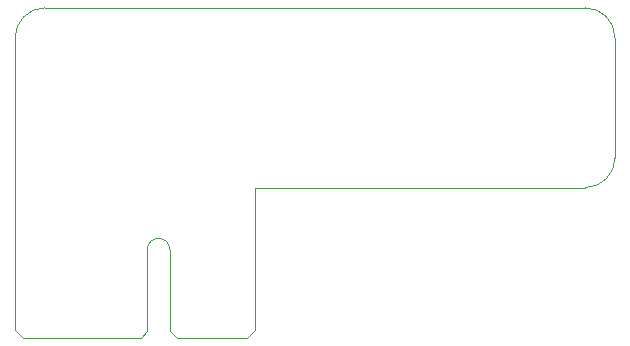
<source format=gm1>
%FSAX24Y24*%
%MOIN*%
G70*
G01*
G75*
G04 Layer_Color=16711935*
%ADD10C,0.0060*%
%ADD11R,0.0276X0.1654*%
%ADD12C,0.0200*%
%ADD13C,0.0120*%
%ADD14C,0.0472*%
%ADD15R,0.0472X0.0472*%
G04:AMPARAMS|DCode=16|XSize=47.2mil|YSize=47.2mil|CornerRadius=11.8mil|HoleSize=0mil|Usage=FLASHONLY|Rotation=0.000|XOffset=0mil|YOffset=0mil|HoleType=Round|Shape=RoundedRectangle|*
%AMROUNDEDRECTD16*
21,1,0.0472,0.0236,0,0,0.0*
21,1,0.0236,0.0472,0,0,0.0*
1,1,0.0236,0.0118,-0.0118*
1,1,0.0236,-0.0118,-0.0118*
1,1,0.0236,-0.0118,0.0118*
1,1,0.0236,0.0118,0.0118*
%
%ADD16ROUNDEDRECTD16*%
%ADD17C,0.0350*%
%ADD18C,0.0300*%
%ADD19C,0.0150*%
%ADD20C,0.0080*%
%ADD21C,0.0080*%
%ADD22C,0.0100*%
%ADD23R,0.1457X0.0551*%
%ADD24R,0.1467X0.0551*%
%ADD25R,0.0356X0.1734*%
%ADD26C,0.0552*%
%ADD27R,0.0552X0.0552*%
%ADD28C,0.0080*%
G04:AMPARAMS|DCode=29|XSize=55.2mil|YSize=55.2mil|CornerRadius=15.8mil|HoleSize=0mil|Usage=FLASHONLY|Rotation=0.000|XOffset=0mil|YOffset=0mil|HoleType=Round|Shape=RoundedRectangle|*
%AMROUNDEDRECTD29*
21,1,0.0552,0.0236,0,0,0.0*
21,1,0.0236,0.0552,0,0,0.0*
1,1,0.0316,0.0118,-0.0118*
1,1,0.0316,-0.0118,-0.0118*
1,1,0.0316,-0.0118,0.0118*
1,1,0.0316,0.0118,0.0118*
%
%ADD29ROUNDEDRECTD29*%
%ADD30C,0.0430*%
%ADD31C,0.0380*%
%ADD32C,0.0004*%
D32*
X029002Y015002D02*
G03*
X030000Y016000I000000J000998D01*
G01*
X011004Y021000D02*
G03*
X010002Y019998I000000J-001002D01*
G01*
X030000Y020000D02*
G03*
X029000Y021000I-001000J000000D01*
G01*
X015159Y012935D02*
G03*
X014411Y012935I-000374J000000D01*
G01*
X017738Y010002D02*
X017994Y010258D01*
Y015002D01*
X015159Y010229D02*
X015386Y010002D01*
X017738D01*
X015159Y010229D02*
Y012935D01*
X014195Y010002D02*
X014411Y010219D01*
X010002Y010258D02*
X010258Y010002D01*
X010002Y010258D02*
Y015002D01*
X010258Y010002D02*
X014195D01*
X014411Y010219D02*
Y012935D01*
X010002Y015002D02*
Y019998D01*
X011004Y021000D02*
X029000D01*
X030000Y016000D02*
Y020000D01*
X017994Y015002D02*
X029002D01*
M02*

</source>
